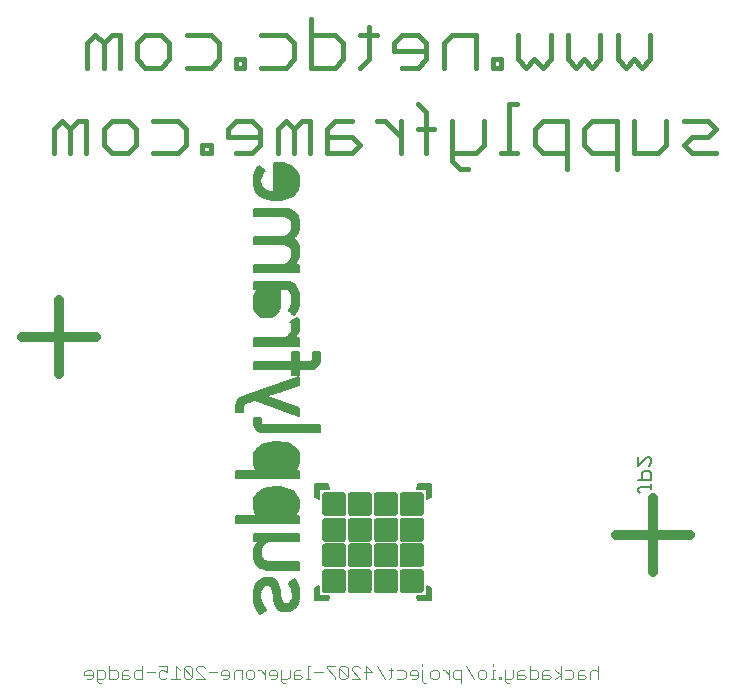
<source format=gbo>
G75*
%MOIN*%
%OFA0B0*%
%FSLAX25Y25*%
%IPPOS*%
%LPD*%
%AMOC8*
5,1,8,0,0,1.08239X$1,22.5*
%
%ADD10C,0.01800*%
%ADD11C,0.00400*%
%ADD12C,0.03200*%
%ADD13C,0.00500*%
D10*
X0170812Y0219495D02*
X0173514Y0219495D01*
X0170812Y0219495D02*
X0168109Y0222198D01*
X0168109Y0235709D01*
X0162345Y0233007D02*
X0156940Y0233007D01*
X0159642Y0238412D02*
X0159642Y0224900D01*
X0151295Y0224900D02*
X0151295Y0235709D01*
X0151295Y0230305D02*
X0145891Y0235709D01*
X0143188Y0235709D01*
X0137483Y0227602D02*
X0134781Y0230305D01*
X0126674Y0230305D01*
X0126674Y0233007D02*
X0126674Y0224900D01*
X0134781Y0224900D01*
X0137483Y0227602D01*
X0134781Y0235709D02*
X0129376Y0235709D01*
X0126674Y0233007D01*
X0120909Y0235709D02*
X0120909Y0224900D01*
X0115505Y0224900D02*
X0115505Y0233007D01*
X0112802Y0235709D01*
X0110100Y0233007D01*
X0110100Y0224900D01*
X0104335Y0227602D02*
X0104335Y0233007D01*
X0101633Y0235709D01*
X0096228Y0235709D01*
X0093526Y0233007D01*
X0093526Y0230305D01*
X0104335Y0230305D01*
X0104335Y0227602D02*
X0101633Y0224900D01*
X0096228Y0224900D01*
X0087761Y0224900D02*
X0085059Y0224900D01*
X0085059Y0227602D01*
X0087761Y0227602D01*
X0087761Y0224900D01*
X0079474Y0227602D02*
X0076771Y0224900D01*
X0068665Y0224900D01*
X0062900Y0227602D02*
X0060197Y0224900D01*
X0054793Y0224900D01*
X0052090Y0227602D01*
X0052090Y0233007D01*
X0054793Y0235709D01*
X0060197Y0235709D01*
X0062900Y0233007D01*
X0062900Y0227602D01*
X0068665Y0235709D02*
X0076771Y0235709D01*
X0079474Y0233007D01*
X0079474Y0227602D01*
X0079813Y0253400D02*
X0087920Y0253400D01*
X0090622Y0256102D01*
X0090622Y0261507D01*
X0087920Y0264209D01*
X0079813Y0264209D01*
X0074048Y0261507D02*
X0074048Y0256102D01*
X0071346Y0253400D01*
X0065941Y0253400D01*
X0063239Y0256102D01*
X0063239Y0261507D01*
X0065941Y0264209D01*
X0071346Y0264209D01*
X0074048Y0261507D01*
X0057474Y0264209D02*
X0057474Y0253400D01*
X0052069Y0253400D02*
X0052069Y0261507D01*
X0049367Y0264209D01*
X0046665Y0261507D01*
X0046665Y0253400D01*
X0052069Y0261507D02*
X0054771Y0264209D01*
X0057474Y0264209D01*
X0046325Y0235709D02*
X0043623Y0235709D01*
X0040921Y0233007D01*
X0038218Y0235709D01*
X0035516Y0233007D01*
X0035516Y0224900D01*
X0040921Y0224900D02*
X0040921Y0233007D01*
X0046325Y0235709D02*
X0046325Y0224900D01*
X0096207Y0253400D02*
X0098909Y0253400D01*
X0098909Y0256102D01*
X0096207Y0256102D01*
X0096207Y0253400D01*
X0104674Y0253400D02*
X0112781Y0253400D01*
X0115483Y0256102D01*
X0115483Y0261507D01*
X0112781Y0264209D01*
X0104674Y0264209D01*
X0121248Y0264209D02*
X0129355Y0264209D01*
X0132057Y0261507D01*
X0132057Y0256102D01*
X0129355Y0253400D01*
X0121248Y0253400D01*
X0121248Y0269614D01*
X0137702Y0264209D02*
X0143107Y0264209D01*
X0140405Y0266912D02*
X0140405Y0256102D01*
X0137702Y0253400D01*
X0148872Y0258805D02*
X0159681Y0258805D01*
X0159681Y0261507D02*
X0159681Y0256102D01*
X0156979Y0253400D01*
X0151574Y0253400D01*
X0148872Y0258805D02*
X0148872Y0261507D01*
X0151574Y0264209D01*
X0156979Y0264209D01*
X0159681Y0261507D01*
X0165446Y0261507D02*
X0165446Y0253400D01*
X0165446Y0261507D02*
X0168148Y0264209D01*
X0176255Y0264209D01*
X0176255Y0253400D01*
X0181840Y0253400D02*
X0184542Y0253400D01*
X0184542Y0256102D01*
X0181840Y0256102D01*
X0181840Y0253400D01*
X0190307Y0256102D02*
X0190307Y0264209D01*
X0190307Y0256102D02*
X0193010Y0253400D01*
X0195712Y0256102D01*
X0198414Y0253400D01*
X0201116Y0256102D01*
X0201116Y0264209D01*
X0206881Y0264209D02*
X0206881Y0256102D01*
X0209584Y0253400D01*
X0212286Y0256102D01*
X0214988Y0253400D01*
X0217691Y0256102D01*
X0217691Y0264209D01*
X0223456Y0264209D02*
X0223456Y0256102D01*
X0226158Y0253400D01*
X0228860Y0256102D01*
X0231562Y0253400D01*
X0234265Y0256102D01*
X0234265Y0264209D01*
X0228881Y0235709D02*
X0228881Y0224900D01*
X0236988Y0224900D01*
X0239691Y0227602D01*
X0239691Y0235709D01*
X0245456Y0235709D02*
X0253562Y0235709D01*
X0256265Y0233007D01*
X0253562Y0230305D01*
X0248158Y0230305D01*
X0245456Y0227602D01*
X0248158Y0224900D01*
X0256265Y0224900D01*
X0223116Y0224900D02*
X0215010Y0224900D01*
X0212307Y0227602D01*
X0212307Y0233007D01*
X0215010Y0235709D01*
X0223116Y0235709D01*
X0223116Y0219495D01*
X0206542Y0219495D02*
X0206542Y0235709D01*
X0198435Y0235709D01*
X0195733Y0233007D01*
X0195733Y0227602D01*
X0198435Y0224900D01*
X0206542Y0224900D01*
X0189968Y0224900D02*
X0184564Y0224900D01*
X0187266Y0224900D02*
X0187266Y0241114D01*
X0189968Y0241114D01*
X0178919Y0235709D02*
X0178919Y0227602D01*
X0176216Y0224900D01*
X0168109Y0224900D01*
X0159642Y0238412D02*
X0156940Y0241114D01*
X0120909Y0235709D02*
X0118207Y0235709D01*
X0115505Y0233007D01*
D11*
X0047777Y0049700D02*
X0046409Y0049700D01*
X0047777Y0049700D02*
X0048461Y0050384D01*
X0048461Y0051752D01*
X0047777Y0052436D01*
X0046409Y0052436D01*
X0045725Y0051752D01*
X0045725Y0051068D01*
X0048461Y0051068D01*
X0049869Y0052436D02*
X0049869Y0049016D01*
X0050553Y0048332D01*
X0051237Y0048332D01*
X0051921Y0049700D02*
X0049869Y0049700D01*
X0051921Y0049700D02*
X0052604Y0050384D01*
X0052604Y0051752D01*
X0051921Y0052436D01*
X0049869Y0052436D01*
X0054012Y0052436D02*
X0056064Y0052436D01*
X0056748Y0051752D01*
X0056748Y0050384D01*
X0056064Y0049700D01*
X0054012Y0049700D01*
X0054012Y0053804D01*
X0058156Y0051752D02*
X0058156Y0049700D01*
X0060208Y0049700D01*
X0060891Y0050384D01*
X0060208Y0051068D01*
X0058156Y0051068D01*
X0058156Y0051752D02*
X0058840Y0052436D01*
X0060208Y0052436D01*
X0062299Y0051752D02*
X0062983Y0052436D01*
X0065035Y0052436D01*
X0065035Y0053804D02*
X0065035Y0049700D01*
X0062983Y0049700D01*
X0062299Y0050384D01*
X0062299Y0051752D01*
X0066443Y0051752D02*
X0069179Y0051752D01*
X0070586Y0051752D02*
X0070586Y0050384D01*
X0071270Y0049700D01*
X0072638Y0049700D01*
X0073322Y0050384D01*
X0073322Y0051752D02*
X0071954Y0052436D01*
X0071270Y0052436D01*
X0070586Y0051752D01*
X0070586Y0053804D02*
X0073322Y0053804D01*
X0073322Y0051752D01*
X0074730Y0049700D02*
X0077466Y0049700D01*
X0076098Y0049700D02*
X0076098Y0053804D01*
X0077466Y0052436D01*
X0078874Y0053120D02*
X0078874Y0050384D01*
X0079557Y0049700D01*
X0080925Y0049700D01*
X0081609Y0050384D01*
X0078874Y0053120D01*
X0079557Y0053804D01*
X0080925Y0053804D01*
X0081609Y0053120D01*
X0081609Y0050384D01*
X0083017Y0049700D02*
X0085753Y0049700D01*
X0083017Y0052436D01*
X0083017Y0053120D01*
X0083701Y0053804D01*
X0085069Y0053804D01*
X0085753Y0053120D01*
X0087161Y0051752D02*
X0089896Y0051752D01*
X0091304Y0051752D02*
X0091304Y0051068D01*
X0094040Y0051068D01*
X0094040Y0051752D02*
X0093356Y0052436D01*
X0091988Y0052436D01*
X0091304Y0051752D01*
X0091988Y0049700D02*
X0093356Y0049700D01*
X0094040Y0050384D01*
X0094040Y0051752D01*
X0095448Y0051752D02*
X0095448Y0049700D01*
X0095448Y0051752D02*
X0096132Y0052436D01*
X0098183Y0052436D01*
X0098183Y0049700D01*
X0099591Y0050384D02*
X0099591Y0051752D01*
X0100275Y0052436D01*
X0101643Y0052436D01*
X0102327Y0051752D01*
X0102327Y0050384D01*
X0101643Y0049700D01*
X0100275Y0049700D01*
X0099591Y0050384D01*
X0103728Y0052436D02*
X0104412Y0052436D01*
X0105780Y0051068D01*
X0105780Y0049700D02*
X0105780Y0052436D01*
X0107188Y0051752D02*
X0107188Y0051068D01*
X0109923Y0051068D01*
X0109923Y0051752D02*
X0109239Y0052436D01*
X0107872Y0052436D01*
X0107188Y0051752D01*
X0107872Y0049700D02*
X0109239Y0049700D01*
X0109923Y0050384D01*
X0109923Y0051752D01*
X0111331Y0052436D02*
X0111331Y0049016D01*
X0112015Y0048332D01*
X0112699Y0048332D01*
X0113383Y0049700D02*
X0111331Y0049700D01*
X0113383Y0049700D02*
X0114067Y0050384D01*
X0114067Y0052436D01*
X0115475Y0051752D02*
X0115475Y0049700D01*
X0117527Y0049700D01*
X0118210Y0050384D01*
X0117527Y0051068D01*
X0115475Y0051068D01*
X0115475Y0051752D02*
X0116159Y0052436D01*
X0117527Y0052436D01*
X0120289Y0053804D02*
X0120289Y0049700D01*
X0120973Y0049700D02*
X0119605Y0049700D01*
X0122381Y0051752D02*
X0125116Y0051752D01*
X0126524Y0053120D02*
X0129260Y0050384D01*
X0129260Y0049700D01*
X0130668Y0050384D02*
X0131352Y0049700D01*
X0132720Y0049700D01*
X0133403Y0050384D01*
X0130668Y0053120D01*
X0130668Y0050384D01*
X0133403Y0050384D02*
X0133403Y0053120D01*
X0132720Y0053804D01*
X0131352Y0053804D01*
X0130668Y0053120D01*
X0129260Y0053804D02*
X0126524Y0053804D01*
X0126524Y0053120D01*
X0120973Y0053804D02*
X0120289Y0053804D01*
X0134811Y0053120D02*
X0134811Y0052436D01*
X0137547Y0049700D01*
X0134811Y0049700D01*
X0138955Y0051752D02*
X0141691Y0051752D01*
X0139639Y0053804D01*
X0139639Y0049700D01*
X0137547Y0053120D02*
X0136863Y0053804D01*
X0135495Y0053804D01*
X0134811Y0053120D01*
X0143098Y0053804D02*
X0145834Y0049700D01*
X0147229Y0049700D02*
X0147913Y0050384D01*
X0147913Y0053120D01*
X0148596Y0052436D02*
X0147229Y0052436D01*
X0150004Y0052436D02*
X0152056Y0052436D01*
X0152740Y0051752D01*
X0152740Y0050384D01*
X0152056Y0049700D01*
X0150004Y0049700D01*
X0154148Y0051068D02*
X0156884Y0051068D01*
X0156884Y0051752D02*
X0156200Y0052436D01*
X0154832Y0052436D01*
X0154148Y0051752D01*
X0154148Y0051068D01*
X0154832Y0049700D02*
X0156200Y0049700D01*
X0156884Y0050384D01*
X0156884Y0051752D01*
X0158278Y0052436D02*
X0158278Y0049016D01*
X0158962Y0048332D01*
X0159646Y0048332D01*
X0161054Y0050384D02*
X0161738Y0049700D01*
X0163105Y0049700D01*
X0163789Y0050384D01*
X0163789Y0051752D01*
X0163105Y0052436D01*
X0161738Y0052436D01*
X0161054Y0051752D01*
X0161054Y0050384D01*
X0158278Y0053804D02*
X0158278Y0054487D01*
X0165191Y0052436D02*
X0165875Y0052436D01*
X0167242Y0051068D01*
X0167242Y0049700D02*
X0167242Y0052436D01*
X0168650Y0051752D02*
X0168650Y0050384D01*
X0169334Y0049700D01*
X0171386Y0049700D01*
X0171386Y0048332D02*
X0171386Y0052436D01*
X0169334Y0052436D01*
X0168650Y0051752D01*
X0172794Y0053804D02*
X0175529Y0049700D01*
X0176937Y0050384D02*
X0177621Y0049700D01*
X0178989Y0049700D01*
X0179673Y0050384D01*
X0179673Y0051752D01*
X0178989Y0052436D01*
X0177621Y0052436D01*
X0176937Y0051752D01*
X0176937Y0050384D01*
X0181067Y0049700D02*
X0182435Y0049700D01*
X0181751Y0049700D02*
X0181751Y0052436D01*
X0182435Y0052436D01*
X0181751Y0053804D02*
X0181751Y0054487D01*
X0183823Y0050384D02*
X0183823Y0049700D01*
X0184507Y0049700D01*
X0184507Y0050384D01*
X0183823Y0050384D01*
X0185915Y0049700D02*
X0187967Y0049700D01*
X0188651Y0050384D01*
X0188651Y0052436D01*
X0190058Y0051752D02*
X0190058Y0049700D01*
X0192110Y0049700D01*
X0192794Y0050384D01*
X0192110Y0051068D01*
X0190058Y0051068D01*
X0190058Y0051752D02*
X0190742Y0052436D01*
X0192110Y0052436D01*
X0194202Y0052436D02*
X0196254Y0052436D01*
X0196938Y0051752D01*
X0196938Y0050384D01*
X0196254Y0049700D01*
X0194202Y0049700D01*
X0194202Y0053804D01*
X0198346Y0051752D02*
X0198346Y0049700D01*
X0200397Y0049700D01*
X0201081Y0050384D01*
X0200397Y0051068D01*
X0198346Y0051068D01*
X0198346Y0051752D02*
X0199029Y0052436D01*
X0200397Y0052436D01*
X0202482Y0052436D02*
X0204534Y0051068D01*
X0202482Y0049700D01*
X0204534Y0049700D02*
X0204534Y0053804D01*
X0205942Y0052436D02*
X0207994Y0052436D01*
X0208678Y0051752D01*
X0208678Y0050384D01*
X0207994Y0049700D01*
X0205942Y0049700D01*
X0210086Y0049700D02*
X0210086Y0051752D01*
X0210770Y0052436D01*
X0212137Y0052436D01*
X0212137Y0051068D02*
X0210086Y0051068D01*
X0210086Y0049700D02*
X0212137Y0049700D01*
X0212821Y0050384D01*
X0212137Y0051068D01*
X0214229Y0051752D02*
X0214229Y0049700D01*
X0214229Y0051752D02*
X0214913Y0052436D01*
X0216281Y0052436D01*
X0216965Y0051752D01*
X0216965Y0053804D02*
X0216965Y0049700D01*
X0187283Y0048332D02*
X0186599Y0048332D01*
X0185915Y0049016D01*
X0185915Y0052436D01*
D12*
X0223010Y0097516D02*
X0247565Y0097516D01*
X0235288Y0109793D02*
X0235288Y0085239D01*
X0049565Y0163516D02*
X0025010Y0163516D01*
X0037288Y0175793D02*
X0037288Y0151239D01*
D13*
X0096326Y0140748D02*
X0096291Y0140354D01*
X0096291Y0138693D01*
X0098456Y0138693D01*
X0098456Y0140327D01*
X0098578Y0140681D01*
X0099059Y0141303D01*
X0099496Y0141567D01*
X0100137Y0141787D01*
X0102602Y0142602D01*
X0117212Y0137130D01*
X0117212Y0139866D01*
X0110448Y0142240D01*
X0105759Y0143772D01*
X0105759Y0143862D01*
X0110417Y0145398D01*
X0117212Y0147709D01*
X0117212Y0150295D01*
X0099145Y0143894D01*
X0098547Y0143673D01*
X0098055Y0143421D01*
X0097673Y0143142D01*
X0097295Y0142862D01*
X0097003Y0142551D01*
X0096803Y0142209D01*
X0096602Y0141870D01*
X0096468Y0141508D01*
X0096397Y0141126D01*
X0096326Y0140748D01*
X0096371Y0140987D02*
X0098814Y0140987D01*
X0098512Y0140488D02*
X0096303Y0140488D01*
X0096291Y0139990D02*
X0098456Y0139990D01*
X0098456Y0139491D02*
X0096291Y0139491D01*
X0096291Y0138993D02*
X0098456Y0138993D01*
X0099360Y0141485D02*
X0096464Y0141485D01*
X0096669Y0141984D02*
X0100731Y0141984D01*
X0102238Y0142482D02*
X0096963Y0142482D01*
X0097455Y0142981D02*
X0108181Y0142981D01*
X0107622Y0144476D02*
X0100789Y0144476D01*
X0099382Y0143978D02*
X0106110Y0143978D01*
X0106655Y0143479D02*
X0098168Y0143479D01*
X0102196Y0144975D02*
X0109134Y0144975D01*
X0110639Y0145473D02*
X0103603Y0145473D01*
X0105010Y0145972D02*
X0112105Y0145972D01*
X0113571Y0146470D02*
X0106417Y0146470D01*
X0107824Y0146969D02*
X0115036Y0146969D01*
X0116502Y0147467D02*
X0109231Y0147467D01*
X0110638Y0147966D02*
X0117212Y0147966D01*
X0117212Y0148464D02*
X0112044Y0148464D01*
X0113451Y0148963D02*
X0117212Y0148963D01*
X0117212Y0149461D02*
X0114858Y0149461D01*
X0116265Y0149960D02*
X0117212Y0149960D01*
X0117212Y0150953D02*
X0117212Y0152787D01*
X0121669Y0152787D01*
X0122645Y0153157D01*
X0123287Y0153898D01*
X0123925Y0154642D01*
X0124244Y0155551D01*
X0124244Y0158409D01*
X0121988Y0158409D01*
X0121988Y0156213D01*
X0121799Y0155783D01*
X0121417Y0155571D01*
X0121039Y0155358D01*
X0120586Y0155252D01*
X0117212Y0155252D01*
X0117212Y0158409D01*
X0115047Y0158409D01*
X0115047Y0155252D01*
X0102303Y0155252D01*
X0102303Y0152787D01*
X0115047Y0152787D01*
X0115047Y0150953D01*
X0117212Y0150953D01*
X0117212Y0150957D02*
X0115047Y0150957D01*
X0115047Y0151455D02*
X0117212Y0151455D01*
X0117212Y0151954D02*
X0115047Y0151954D01*
X0115047Y0152452D02*
X0117212Y0152452D01*
X0117212Y0155443D02*
X0115047Y0155443D01*
X0115047Y0155942D02*
X0117212Y0155942D01*
X0117212Y0156440D02*
X0115047Y0156440D01*
X0115047Y0156939D02*
X0117212Y0156939D01*
X0117212Y0157437D02*
X0115047Y0157437D01*
X0115047Y0157936D02*
X0117212Y0157936D01*
X0117212Y0160724D02*
X0117212Y0163189D01*
X0115318Y0163189D01*
X0115318Y0163307D01*
X0116078Y0163827D01*
X0116610Y0164409D01*
X0116909Y0165051D01*
X0117212Y0165693D01*
X0117362Y0166413D01*
X0117362Y0167736D01*
X0117307Y0168217D01*
X0117086Y0169098D01*
X0116929Y0169461D01*
X0116728Y0169740D01*
X0114354Y0168689D01*
X0114736Y0168106D01*
X0114925Y0167406D01*
X0114925Y0165602D01*
X0114625Y0164791D01*
X0114023Y0164150D01*
X0113425Y0163508D01*
X0112523Y0163189D01*
X0102303Y0163189D01*
X0102303Y0160724D01*
X0117212Y0160724D01*
X0117212Y0160927D02*
X0102303Y0160927D01*
X0102303Y0161426D02*
X0117212Y0161426D01*
X0117212Y0161924D02*
X0102303Y0161924D01*
X0102303Y0162423D02*
X0117212Y0162423D01*
X0117212Y0162921D02*
X0102303Y0162921D01*
X0105259Y0170102D02*
X0107121Y0170102D01*
X0107677Y0170201D01*
X0108740Y0170602D01*
X0109204Y0170898D01*
X0110007Y0171677D01*
X0110326Y0172169D01*
X0110566Y0172760D01*
X0110810Y0173350D01*
X0110929Y0174047D01*
X0110929Y0179539D01*
X0113433Y0179539D01*
X0114043Y0179268D01*
X0114444Y0178724D01*
X0114846Y0178185D01*
X0115047Y0177315D01*
X0115047Y0175169D01*
X0114933Y0174429D01*
X0114700Y0173886D01*
X0114472Y0173346D01*
X0114153Y0172906D01*
X0113755Y0172563D01*
X0115405Y0171004D01*
X0116047Y0171563D01*
X0116535Y0172283D01*
X0116866Y0173161D01*
X0117196Y0174043D01*
X0117362Y0174992D01*
X0117362Y0176811D01*
X0117287Y0177571D01*
X0117133Y0178303D01*
X0116984Y0179031D01*
X0116728Y0179669D01*
X0116370Y0180220D01*
X0116007Y0180768D01*
X0115515Y0181205D01*
X0114897Y0181524D01*
X0114275Y0181843D01*
X0113492Y0182000D01*
X0102303Y0182000D01*
X0102303Y0179539D01*
X0103594Y0179539D01*
X0103625Y0179508D01*
X0103184Y0179224D01*
X0102822Y0178724D01*
X0102263Y0177283D01*
X0102121Y0176409D01*
X0102121Y0173689D01*
X0102539Y0172378D01*
X0103370Y0171469D01*
X0104200Y0170555D01*
X0105259Y0170102D01*
X0104566Y0170399D02*
X0108201Y0170399D01*
X0109204Y0170897D02*
X0103889Y0170897D01*
X0103436Y0171396D02*
X0109717Y0171396D01*
X0110148Y0171894D02*
X0102981Y0171894D01*
X0102534Y0172393D02*
X0110417Y0172393D01*
X0110621Y0172891D02*
X0102375Y0172891D01*
X0102217Y0173390D02*
X0110817Y0173390D01*
X0110902Y0173888D02*
X0102121Y0173888D01*
X0102121Y0174387D02*
X0110929Y0174387D01*
X0110929Y0174885D02*
X0102121Y0174885D01*
X0102121Y0175384D02*
X0110929Y0175384D01*
X0110929Y0175882D02*
X0102121Y0175882D01*
X0102121Y0176381D02*
X0110929Y0176381D01*
X0110929Y0176879D02*
X0102198Y0176879D01*
X0102300Y0177378D02*
X0110929Y0177378D01*
X0110929Y0177876D02*
X0102493Y0177876D01*
X0102687Y0178375D02*
X0110929Y0178375D01*
X0110929Y0178873D02*
X0102930Y0178873D01*
X0103414Y0179372D02*
X0110929Y0179372D01*
X0108885Y0179372D02*
X0106036Y0179372D01*
X0106125Y0179429D02*
X0106582Y0179539D01*
X0108885Y0179539D01*
X0108885Y0174488D01*
X0108692Y0173748D01*
X0108314Y0173224D01*
X0107933Y0172705D01*
X0107393Y0172445D01*
X0105988Y0172445D01*
X0105429Y0172709D01*
X0104586Y0173772D01*
X0104377Y0174587D01*
X0104377Y0176169D01*
X0104417Y0176642D01*
X0104496Y0177102D01*
X0104578Y0177563D01*
X0104720Y0177976D01*
X0104933Y0178335D01*
X0105141Y0178697D01*
X0105425Y0178984D01*
X0105775Y0179205D01*
X0106125Y0179429D01*
X0105315Y0178873D02*
X0108885Y0178873D01*
X0108885Y0178375D02*
X0104956Y0178375D01*
X0104686Y0177876D02*
X0108885Y0177876D01*
X0108885Y0177378D02*
X0104545Y0177378D01*
X0104457Y0176879D02*
X0108885Y0176879D01*
X0108885Y0176381D02*
X0104395Y0176381D01*
X0104377Y0175882D02*
X0108885Y0175882D01*
X0108885Y0175384D02*
X0104377Y0175384D01*
X0104377Y0174885D02*
X0108885Y0174885D01*
X0108859Y0174387D02*
X0104429Y0174387D01*
X0104556Y0173888D02*
X0108729Y0173888D01*
X0108434Y0173390D02*
X0104889Y0173390D01*
X0105284Y0172891D02*
X0108070Y0172891D01*
X0113935Y0172393D02*
X0116576Y0172393D01*
X0116764Y0172891D02*
X0114137Y0172891D01*
X0114490Y0173390D02*
X0116951Y0173390D01*
X0117138Y0173888D02*
X0114701Y0173888D01*
X0114914Y0174387D02*
X0117256Y0174387D01*
X0117343Y0174885D02*
X0115003Y0174885D01*
X0115047Y0175384D02*
X0117362Y0175384D01*
X0117362Y0175882D02*
X0115047Y0175882D01*
X0115047Y0176381D02*
X0117362Y0176381D01*
X0117355Y0176879D02*
X0115047Y0176879D01*
X0115032Y0177378D02*
X0117306Y0177378D01*
X0117223Y0177876D02*
X0114917Y0177876D01*
X0114705Y0178375D02*
X0117119Y0178375D01*
X0117016Y0178873D02*
X0114334Y0178873D01*
X0113809Y0179372D02*
X0116847Y0179372D01*
X0116597Y0179870D02*
X0102303Y0179870D01*
X0102303Y0180369D02*
X0116271Y0180369D01*
X0115895Y0180868D02*
X0102303Y0180868D01*
X0102303Y0181366D02*
X0115203Y0181366D01*
X0114166Y0181865D02*
X0102303Y0181865D01*
X0102303Y0185217D02*
X0117212Y0185217D01*
X0117212Y0187681D01*
X0115377Y0187681D01*
X0115377Y0187772D01*
X0116019Y0188272D01*
X0116507Y0188890D01*
X0116850Y0189622D01*
X0117188Y0190354D01*
X0117362Y0191118D01*
X0117362Y0192941D01*
X0117169Y0193803D01*
X0116791Y0194504D01*
X0116409Y0195205D01*
X0115889Y0195819D01*
X0115228Y0196339D01*
X0115247Y0196339D01*
X0115247Y0196346D01*
X0115228Y0196366D01*
X0115988Y0197071D01*
X0116535Y0197815D01*
X0117196Y0199398D01*
X0117362Y0200287D01*
X0117362Y0201988D01*
X0117244Y0202661D01*
X0117015Y0203280D01*
X0116783Y0203902D01*
X0116452Y0204441D01*
X0116023Y0204902D01*
X0115590Y0205366D01*
X0115059Y0205724D01*
X0114417Y0205984D01*
X0113775Y0206248D01*
X0113043Y0206378D01*
X0102303Y0206378D01*
X0102303Y0203913D01*
X0112373Y0203913D01*
X0113283Y0203661D01*
X0114645Y0202654D01*
X0114988Y0201760D01*
X0114988Y0199465D01*
X0114645Y0198638D01*
X0113964Y0197996D01*
X0113283Y0197350D01*
X0112373Y0197028D01*
X0102303Y0197028D01*
X0102303Y0194567D01*
X0112373Y0194567D01*
X0113283Y0194315D01*
X0114645Y0193307D01*
X0114988Y0192409D01*
X0114988Y0190118D01*
X0114645Y0189291D01*
X0113964Y0188650D01*
X0113283Y0188004D01*
X0112373Y0187681D01*
X0102303Y0187681D01*
X0102303Y0185217D01*
X0102303Y0185354D02*
X0117212Y0185354D01*
X0117212Y0185853D02*
X0102303Y0185853D01*
X0102303Y0186351D02*
X0117212Y0186351D01*
X0117212Y0186850D02*
X0102303Y0186850D01*
X0102303Y0187348D02*
X0117212Y0187348D01*
X0116077Y0188345D02*
X0113643Y0188345D01*
X0114170Y0188844D02*
X0116471Y0188844D01*
X0116719Y0189342D02*
X0114666Y0189342D01*
X0114873Y0189841D02*
X0116951Y0189841D01*
X0117181Y0190339D02*
X0114988Y0190339D01*
X0114988Y0190838D02*
X0117298Y0190838D01*
X0117362Y0191336D02*
X0114988Y0191336D01*
X0114988Y0191835D02*
X0117362Y0191835D01*
X0117362Y0192333D02*
X0114988Y0192333D01*
X0114826Y0192832D02*
X0117362Y0192832D01*
X0117275Y0193330D02*
X0114614Y0193330D01*
X0113940Y0193829D02*
X0117155Y0193829D01*
X0116886Y0194327D02*
X0113238Y0194327D01*
X0115250Y0196321D02*
X0102303Y0196321D01*
X0102303Y0195823D02*
X0115884Y0195823D01*
X0116308Y0195324D02*
X0102303Y0195324D01*
X0102303Y0194826D02*
X0116615Y0194826D01*
X0115717Y0196820D02*
X0102303Y0196820D01*
X0102303Y0204298D02*
X0116540Y0204298D01*
X0116821Y0203799D02*
X0112786Y0203799D01*
X0113771Y0203301D02*
X0117007Y0203301D01*
X0117192Y0202802D02*
X0114444Y0202802D01*
X0114779Y0202303D02*
X0117306Y0202303D01*
X0117362Y0201805D02*
X0114970Y0201805D01*
X0114988Y0201306D02*
X0117362Y0201306D01*
X0117362Y0200808D02*
X0114988Y0200808D01*
X0114988Y0200309D02*
X0117362Y0200309D01*
X0117273Y0199811D02*
X0114988Y0199811D01*
X0114925Y0199312D02*
X0117161Y0199312D01*
X0116952Y0198814D02*
X0114718Y0198814D01*
X0114303Y0198315D02*
X0116744Y0198315D01*
X0116536Y0197817D02*
X0113775Y0197817D01*
X0113193Y0197318D02*
X0116170Y0197318D01*
X0116121Y0204796D02*
X0102303Y0204796D01*
X0102303Y0205295D02*
X0115657Y0205295D01*
X0114889Y0205793D02*
X0102303Y0205793D01*
X0102303Y0206292D02*
X0113530Y0206292D01*
X0112385Y0209453D02*
X0113377Y0209831D01*
X0114370Y0210213D01*
X0115161Y0210705D01*
X0115751Y0211303D01*
X0116342Y0211906D01*
X0116763Y0212575D01*
X0117015Y0213319D01*
X0117267Y0214059D01*
X0117389Y0214780D01*
X0117389Y0216303D01*
X0117244Y0217075D01*
X0116956Y0217795D01*
X0116665Y0218516D01*
X0116240Y0219150D01*
X0115677Y0219689D01*
X0115118Y0220232D01*
X0114429Y0220657D01*
X0113618Y0220965D01*
X0112807Y0221280D01*
X0111881Y0221433D01*
X0108913Y0221433D01*
X0108913Y0211846D01*
X0108086Y0211846D01*
X0107531Y0211925D01*
X0106484Y0212248D01*
X0106027Y0212488D01*
X0105240Y0213126D01*
X0104933Y0213528D01*
X0104708Y0214008D01*
X0104488Y0214488D01*
X0104377Y0215051D01*
X0104377Y0216173D01*
X0104496Y0216728D01*
X0104736Y0217362D01*
X0104976Y0217992D01*
X0105330Y0218555D01*
X0105791Y0219059D01*
X0104019Y0220654D01*
X0103350Y0219949D01*
X0102866Y0219157D01*
X0102566Y0218276D01*
X0102271Y0217394D01*
X0102121Y0216492D01*
X0102121Y0214811D01*
X0102228Y0214055D01*
X0102436Y0213303D01*
X0102649Y0212551D01*
X0103035Y0211878D01*
X0103594Y0211276D01*
X0104157Y0210673D01*
X0104929Y0210189D01*
X0105909Y0209815D01*
X0106889Y0209445D01*
X0108153Y0209260D01*
X0111161Y0209260D01*
X0112385Y0209453D01*
X0113247Y0209781D02*
X0105998Y0209781D01*
X0104784Y0210280D02*
X0114477Y0210280D01*
X0115233Y0210778D02*
X0104059Y0210778D01*
X0103593Y0211277D02*
X0115725Y0211277D01*
X0116214Y0211775D02*
X0103130Y0211775D01*
X0102808Y0212274D02*
X0106435Y0212274D01*
X0105676Y0212772D02*
X0102587Y0212772D01*
X0102446Y0213271D02*
X0105129Y0213271D01*
X0104820Y0213769D02*
X0102307Y0213769D01*
X0102198Y0214268D02*
X0104589Y0214268D01*
X0104433Y0214766D02*
X0102128Y0214766D01*
X0102121Y0215265D02*
X0104377Y0215265D01*
X0104377Y0215763D02*
X0102121Y0215763D01*
X0102121Y0216262D02*
X0104396Y0216262D01*
X0104508Y0216760D02*
X0102166Y0216760D01*
X0102249Y0217259D02*
X0104696Y0217259D01*
X0104886Y0217757D02*
X0102393Y0217757D01*
X0102560Y0218256D02*
X0105142Y0218256D01*
X0105512Y0218754D02*
X0102729Y0218754D01*
X0102924Y0219253D02*
X0105575Y0219253D01*
X0105022Y0219751D02*
X0103229Y0219751D01*
X0103636Y0220250D02*
X0104468Y0220250D01*
X0108913Y0220250D02*
X0115089Y0220250D01*
X0115612Y0219751D02*
X0108913Y0219751D01*
X0108913Y0219253D02*
X0116132Y0219253D01*
X0116505Y0218754D02*
X0108913Y0218754D01*
X0108913Y0218256D02*
X0116770Y0218256D01*
X0116971Y0217757D02*
X0108913Y0217757D01*
X0108913Y0217259D02*
X0117170Y0217259D01*
X0117303Y0216760D02*
X0108913Y0216760D01*
X0108913Y0216262D02*
X0117389Y0216262D01*
X0117389Y0215763D02*
X0108913Y0215763D01*
X0108913Y0215265D02*
X0117389Y0215265D01*
X0117387Y0214766D02*
X0108913Y0214766D01*
X0108913Y0214268D02*
X0117303Y0214268D01*
X0117169Y0213769D02*
X0108913Y0213769D01*
X0108913Y0213271D02*
X0116999Y0213271D01*
X0116830Y0212772D02*
X0108913Y0212772D01*
X0108913Y0212274D02*
X0116574Y0212274D01*
X0114696Y0213520D02*
X0115047Y0214339D01*
X0115047Y0216382D01*
X0114704Y0217205D01*
X0114023Y0217827D01*
X0113342Y0218445D01*
X0112330Y0218787D01*
X0110988Y0218846D01*
X0110988Y0211846D01*
X0112291Y0211925D01*
X0113295Y0212276D01*
X0114696Y0213520D01*
X0114803Y0213769D02*
X0110988Y0213769D01*
X0110988Y0213271D02*
X0114416Y0213271D01*
X0113854Y0212772D02*
X0110988Y0212772D01*
X0110988Y0212274D02*
X0113289Y0212274D01*
X0115016Y0214268D02*
X0110988Y0214268D01*
X0110988Y0214766D02*
X0115047Y0214766D01*
X0115047Y0215265D02*
X0110988Y0215265D01*
X0110988Y0215763D02*
X0115047Y0215763D01*
X0115047Y0216262D02*
X0110988Y0216262D01*
X0110988Y0216760D02*
X0114889Y0216760D01*
X0114645Y0217259D02*
X0110988Y0217259D01*
X0110988Y0217757D02*
X0114099Y0217757D01*
X0113550Y0218256D02*
X0110988Y0218256D01*
X0110988Y0218754D02*
X0112428Y0218754D01*
X0112890Y0221247D02*
X0108913Y0221247D01*
X0108913Y0220748D02*
X0114188Y0220748D01*
X0111306Y0209283D02*
X0107997Y0209283D01*
X0112840Y0187847D02*
X0115474Y0187847D01*
X0116271Y0171894D02*
X0114463Y0171894D01*
X0114990Y0171396D02*
X0115855Y0171396D01*
X0115964Y0169402D02*
X0116954Y0169402D01*
X0117135Y0168903D02*
X0114838Y0168903D01*
X0114540Y0168405D02*
X0117259Y0168405D01*
X0117342Y0167906D02*
X0114790Y0167906D01*
X0114924Y0167408D02*
X0117362Y0167408D01*
X0117362Y0166909D02*
X0114925Y0166909D01*
X0114925Y0166411D02*
X0117361Y0166411D01*
X0117258Y0165912D02*
X0114925Y0165912D01*
X0114855Y0165414D02*
X0117080Y0165414D01*
X0116845Y0164915D02*
X0114671Y0164915D01*
X0114274Y0164417D02*
X0116613Y0164417D01*
X0116162Y0163918D02*
X0113807Y0163918D01*
X0113175Y0163420D02*
X0115483Y0163420D01*
X0121988Y0157936D02*
X0124244Y0157936D01*
X0124244Y0157437D02*
X0121988Y0157437D01*
X0121988Y0156939D02*
X0124244Y0156939D01*
X0124244Y0156440D02*
X0121988Y0156440D01*
X0121868Y0155942D02*
X0124244Y0155942D01*
X0124206Y0155443D02*
X0121190Y0155443D01*
X0123330Y0153948D02*
X0102303Y0153948D01*
X0102303Y0154446D02*
X0123757Y0154446D01*
X0124031Y0154945D02*
X0102303Y0154945D01*
X0102303Y0153449D02*
X0122898Y0153449D01*
X0122100Y0152951D02*
X0102303Y0152951D01*
X0102923Y0142482D02*
X0109707Y0142482D01*
X0111179Y0141984D02*
X0104254Y0141984D01*
X0105585Y0141485D02*
X0112599Y0141485D01*
X0114020Y0140987D02*
X0106916Y0140987D01*
X0108246Y0140488D02*
X0115440Y0140488D01*
X0116860Y0139990D02*
X0109577Y0139990D01*
X0110908Y0139491D02*
X0117212Y0139491D01*
X0117212Y0138993D02*
X0112239Y0138993D01*
X0113570Y0138494D02*
X0117212Y0138494D01*
X0117212Y0137996D02*
X0114901Y0137996D01*
X0116232Y0137497D02*
X0117212Y0137497D01*
X0124121Y0134335D02*
X0124121Y0131870D01*
X0104476Y0131870D01*
X0103578Y0132213D01*
X0103070Y0132894D01*
X0102559Y0133575D01*
X0102303Y0134457D01*
X0102303Y0136591D01*
X0104559Y0136591D01*
X0104559Y0134846D01*
X0105027Y0134335D01*
X0124121Y0134335D01*
X0124121Y0134007D02*
X0102433Y0134007D01*
X0102303Y0134506D02*
X0104870Y0134506D01*
X0104559Y0135004D02*
X0102303Y0135004D01*
X0102303Y0135503D02*
X0104559Y0135503D01*
X0104559Y0136001D02*
X0102303Y0136001D01*
X0102303Y0136500D02*
X0104559Y0136500D01*
X0102608Y0133509D02*
X0124121Y0133509D01*
X0124121Y0133010D02*
X0102983Y0133010D01*
X0103355Y0132512D02*
X0124121Y0132512D01*
X0124121Y0132013D02*
X0104100Y0132013D01*
X0105279Y0127744D02*
X0104559Y0127303D01*
X0103834Y0126862D01*
X0103251Y0126264D01*
X0102799Y0125516D01*
X0102350Y0124764D01*
X0102121Y0123807D01*
X0102121Y0121902D01*
X0102240Y0121228D01*
X0102480Y0120614D01*
X0102716Y0120004D01*
X0103094Y0119476D01*
X0103606Y0119039D01*
X0103606Y0118976D01*
X0096350Y0118976D01*
X0096350Y0116512D01*
X0117212Y0116512D01*
X0117212Y0118976D01*
X0115559Y0118976D01*
X0115527Y0119067D01*
X0116188Y0119650D01*
X0116661Y0120283D01*
X0116940Y0120976D01*
X0117220Y0121665D01*
X0117362Y0122386D01*
X0117362Y0124185D01*
X0117145Y0125063D01*
X0116716Y0125756D01*
X0116283Y0126445D01*
X0115712Y0126992D01*
X0114999Y0127394D01*
X0114291Y0127791D01*
X0113488Y0128071D01*
X0112598Y0128220D01*
X0111704Y0128370D01*
X0110799Y0128445D01*
X0108913Y0128445D01*
X0107968Y0128366D01*
X0107035Y0128205D01*
X0106106Y0128043D01*
X0105279Y0127744D01*
X0104924Y0127527D02*
X0114762Y0127527D01*
X0115648Y0127028D02*
X0104107Y0127028D01*
X0103510Y0126530D02*
X0116194Y0126530D01*
X0116543Y0126031D02*
X0103111Y0126031D01*
X0102809Y0125533D02*
X0116854Y0125533D01*
X0117152Y0125034D02*
X0102511Y0125034D01*
X0102295Y0124536D02*
X0117275Y0124536D01*
X0117362Y0124037D02*
X0102176Y0124037D01*
X0102121Y0123539D02*
X0117362Y0123539D01*
X0117362Y0123040D02*
X0102121Y0123040D01*
X0102121Y0122542D02*
X0117362Y0122542D01*
X0117294Y0122043D02*
X0102121Y0122043D01*
X0102184Y0121545D02*
X0117171Y0121545D01*
X0116969Y0121046D02*
X0102311Y0121046D01*
X0102506Y0120548D02*
X0116767Y0120548D01*
X0116486Y0120049D02*
X0102698Y0120049D01*
X0103041Y0119551D02*
X0116076Y0119551D01*
X0115532Y0119052D02*
X0103591Y0119052D01*
X0105362Y0120098D02*
X0104716Y0120980D01*
X0104559Y0121583D01*
X0104559Y0123126D01*
X0104712Y0123744D01*
X0105023Y0124205D01*
X0105334Y0124669D01*
X0105740Y0125020D01*
X0106232Y0125260D01*
X0106720Y0125500D01*
X0107275Y0125657D01*
X0107889Y0125740D01*
X0108499Y0125819D01*
X0109110Y0125858D01*
X0110295Y0125858D01*
X0110893Y0125831D01*
X0111503Y0125768D01*
X0112118Y0125709D01*
X0112681Y0125571D01*
X0113192Y0125346D01*
X0113704Y0125126D01*
X0114767Y0123890D01*
X0114925Y0123276D01*
X0114925Y0121732D01*
X0114755Y0121122D01*
X0114070Y0120201D01*
X0113645Y0119843D01*
X0113133Y0119594D01*
X0112621Y0119343D01*
X0112059Y0119177D01*
X0111444Y0119098D01*
X0110830Y0119016D01*
X0110255Y0118976D01*
X0109149Y0118976D01*
X0108562Y0119012D01*
X0107334Y0119154D01*
X0106779Y0119303D01*
X0106275Y0119531D01*
X0105771Y0119764D01*
X0105362Y0120098D01*
X0105422Y0120049D02*
X0113890Y0120049D01*
X0114328Y0120548D02*
X0105033Y0120548D01*
X0104699Y0121046D02*
X0114699Y0121046D01*
X0114873Y0121545D02*
X0104568Y0121545D01*
X0104559Y0122043D02*
X0114925Y0122043D01*
X0114925Y0122542D02*
X0104559Y0122542D01*
X0104559Y0123040D02*
X0114925Y0123040D01*
X0114857Y0123539D02*
X0104661Y0123539D01*
X0104910Y0124037D02*
X0114640Y0124037D01*
X0114212Y0124536D02*
X0105245Y0124536D01*
X0105769Y0125034D02*
X0113783Y0125034D01*
X0112767Y0125533D02*
X0106835Y0125533D01*
X0106056Y0128025D02*
X0113619Y0128025D01*
X0113044Y0119551D02*
X0106234Y0119551D01*
X0108213Y0119052D02*
X0111100Y0119052D01*
X0110799Y0113449D02*
X0108913Y0113449D01*
X0107968Y0113366D01*
X0107035Y0113209D01*
X0106106Y0113047D01*
X0105279Y0112744D01*
X0104559Y0112307D01*
X0103834Y0111866D01*
X0103251Y0111268D01*
X0102799Y0110520D01*
X0102350Y0109768D01*
X0102121Y0108807D01*
X0102121Y0106906D01*
X0102240Y0106228D01*
X0102480Y0105618D01*
X0102716Y0105008D01*
X0103094Y0104480D01*
X0103606Y0104039D01*
X0103606Y0103980D01*
X0096350Y0103980D01*
X0096350Y0101516D01*
X0117212Y0101516D01*
X0117212Y0103980D01*
X0115559Y0103980D01*
X0115527Y0104071D01*
X0116188Y0104654D01*
X0116661Y0105287D01*
X0116940Y0105980D01*
X0117220Y0106669D01*
X0117362Y0107386D01*
X0117362Y0109189D01*
X0115712Y0111996D01*
X0114999Y0112398D01*
X0110799Y0113449D01*
X0112313Y0113070D02*
X0106237Y0113070D01*
X0104994Y0112571D02*
X0114305Y0112571D01*
X0115576Y0112073D02*
X0104174Y0112073D01*
X0103550Y0111574D02*
X0115960Y0111574D01*
X0116253Y0111076D02*
X0103135Y0111076D01*
X0102834Y0110577D02*
X0116546Y0110577D01*
X0116839Y0110079D02*
X0102536Y0110079D01*
X0102305Y0109580D02*
X0117132Y0109580D01*
X0117362Y0109082D02*
X0102187Y0109082D01*
X0102121Y0108583D02*
X0117362Y0108583D01*
X0117362Y0108085D02*
X0102121Y0108085D01*
X0102121Y0107586D02*
X0117362Y0107586D01*
X0117303Y0107088D02*
X0102121Y0107088D01*
X0102177Y0106589D02*
X0117187Y0106589D01*
X0116985Y0106091D02*
X0102294Y0106091D01*
X0102490Y0105592D02*
X0116784Y0105592D01*
X0116517Y0105094D02*
X0102683Y0105094D01*
X0103012Y0104595D02*
X0116122Y0104595D01*
X0115556Y0104097D02*
X0103539Y0104097D01*
X0102303Y0097878D02*
X0102303Y0095413D01*
X0103984Y0095413D01*
X0103984Y0095323D01*
X0103342Y0094823D01*
X0102873Y0094209D01*
X0102275Y0092744D01*
X0102121Y0092000D01*
X0102121Y0090476D01*
X0102216Y0089776D01*
X0102409Y0089134D01*
X0102598Y0088492D01*
X0102905Y0087945D01*
X0103322Y0087496D01*
X0103744Y0087043D01*
X0104287Y0086693D01*
X0104948Y0086445D01*
X0105610Y0086193D01*
X0106401Y0086067D01*
X0117212Y0086067D01*
X0117212Y0088531D01*
X0107614Y0088531D01*
X0107051Y0088583D01*
X0106570Y0088681D01*
X0106090Y0088783D01*
X0105696Y0088965D01*
X0105381Y0089224D01*
X0105074Y0089484D01*
X0104842Y0089835D01*
X0104543Y0090717D01*
X0104468Y0091276D01*
X0104468Y0092941D01*
X0104814Y0093760D01*
X0105503Y0094421D01*
X0106196Y0095083D01*
X0107114Y0095413D01*
X0117212Y0095413D01*
X0117212Y0097878D01*
X0102303Y0097878D01*
X0102303Y0097616D02*
X0117212Y0097616D01*
X0117212Y0097118D02*
X0102303Y0097118D01*
X0102303Y0096619D02*
X0117212Y0096619D01*
X0117212Y0096121D02*
X0102303Y0096121D01*
X0102303Y0095622D02*
X0117212Y0095622D01*
X0117212Y0101604D02*
X0096350Y0101604D01*
X0096350Y0102103D02*
X0117212Y0102103D01*
X0117212Y0102601D02*
X0096350Y0102601D01*
X0096350Y0103100D02*
X0117212Y0103100D01*
X0117212Y0103598D02*
X0096350Y0103598D01*
X0103728Y0095124D02*
X0106310Y0095124D01*
X0105717Y0094625D02*
X0103191Y0094625D01*
X0102840Y0094127D02*
X0105196Y0094127D01*
X0104759Y0093628D02*
X0102636Y0093628D01*
X0102433Y0093130D02*
X0104548Y0093130D01*
X0104468Y0092631D02*
X0102252Y0092631D01*
X0102149Y0092132D02*
X0104468Y0092132D01*
X0104468Y0091634D02*
X0102121Y0091634D01*
X0102121Y0091135D02*
X0104487Y0091135D01*
X0104570Y0090637D02*
X0102121Y0090637D01*
X0102167Y0090138D02*
X0104739Y0090138D01*
X0104971Y0089640D02*
X0102257Y0089640D01*
X0102407Y0089141D02*
X0105482Y0089141D01*
X0106757Y0088643D02*
X0102553Y0088643D01*
X0102793Y0088144D02*
X0117212Y0088144D01*
X0117212Y0087646D02*
X0103183Y0087646D01*
X0103647Y0087147D02*
X0117212Y0087147D01*
X0117212Y0086649D02*
X0104404Y0086649D01*
X0105877Y0086150D02*
X0117212Y0086150D01*
X0115759Y0082882D02*
X0113783Y0081559D01*
X0114184Y0080980D01*
X0114503Y0080370D01*
X0114747Y0079728D01*
X0114988Y0079087D01*
X0115106Y0078362D01*
X0115106Y0076602D01*
X0114905Y0075854D01*
X0114102Y0074791D01*
X0113570Y0074528D01*
X0112224Y0074528D01*
X0111747Y0074870D01*
X0111476Y0075547D01*
X0111204Y0076228D01*
X0110999Y0077252D01*
X0110858Y0078614D01*
X0110799Y0079134D01*
X0110692Y0079677D01*
X0110543Y0080236D01*
X0110393Y0080799D01*
X0110161Y0081303D01*
X0109850Y0081756D01*
X0109539Y0082205D01*
X0109125Y0082575D01*
X0108102Y0083157D01*
X0107476Y0083303D01*
X0106027Y0083303D01*
X0105397Y0083157D01*
X0104271Y0082575D01*
X0103791Y0082169D01*
X0103385Y0081650D01*
X0102988Y0081130D01*
X0102673Y0080512D01*
X0102452Y0079803D01*
X0102236Y0079091D01*
X0102121Y0078303D01*
X0102121Y0076362D01*
X0102295Y0075280D01*
X0102641Y0074197D01*
X0102984Y0073114D01*
X0103543Y0072122D01*
X0104314Y0071220D01*
X0106212Y0072724D01*
X0105610Y0073425D01*
X0105153Y0074161D01*
X0104531Y0075705D01*
X0104377Y0076579D01*
X0104377Y0078465D01*
X0104566Y0079236D01*
X0104948Y0079878D01*
X0105326Y0080516D01*
X0105905Y0080839D01*
X0107444Y0080839D01*
X0107960Y0080524D01*
X0108232Y0079890D01*
X0108499Y0079260D01*
X0108684Y0078437D01*
X0108783Y0077413D01*
X0108846Y0076831D01*
X0108929Y0076228D01*
X0109039Y0075610D01*
X0109149Y0074988D01*
X0109342Y0074417D01*
X0109621Y0073898D01*
X0109905Y0073374D01*
X0110299Y0072949D01*
X0110810Y0072618D01*
X0111318Y0072287D01*
X0111992Y0072122D01*
X0113531Y0072122D01*
X0114161Y0072268D01*
X0114720Y0072559D01*
X0115283Y0072850D01*
X0115755Y0073244D01*
X0116145Y0073748D01*
X0116535Y0074248D01*
X0116834Y0074827D01*
X0117047Y0075488D01*
X0117255Y0076150D01*
X0117362Y0076843D01*
X0117362Y0078705D01*
X0117224Y0079701D01*
X0116944Y0080555D01*
X0116669Y0081406D01*
X0116275Y0082181D01*
X0115759Y0082882D01*
X0115922Y0082661D02*
X0115429Y0082661D01*
X0114684Y0082162D02*
X0116285Y0082162D01*
X0116538Y0081664D02*
X0113939Y0081664D01*
X0114056Y0081165D02*
X0116747Y0081165D01*
X0116908Y0080667D02*
X0114348Y0080667D01*
X0114580Y0080168D02*
X0117071Y0080168D01*
X0117228Y0079670D02*
X0114769Y0079670D01*
X0114956Y0079171D02*
X0117297Y0079171D01*
X0117362Y0078673D02*
X0115055Y0078673D01*
X0115106Y0078174D02*
X0117362Y0078174D01*
X0117362Y0077676D02*
X0115106Y0077676D01*
X0115106Y0077177D02*
X0117362Y0077177D01*
X0117337Y0076679D02*
X0115106Y0076679D01*
X0114992Y0076180D02*
X0117260Y0076180D01*
X0117108Y0075682D02*
X0114774Y0075682D01*
X0114398Y0075183D02*
X0116949Y0075183D01*
X0116761Y0074685D02*
X0113887Y0074685D01*
X0112005Y0074685D02*
X0109252Y0074685D01*
X0109115Y0075183D02*
X0111622Y0075183D01*
X0111422Y0075682D02*
X0109026Y0075682D01*
X0108937Y0076180D02*
X0111223Y0076180D01*
X0111114Y0076679D02*
X0108867Y0076679D01*
X0108808Y0077177D02*
X0111014Y0077177D01*
X0110955Y0077676D02*
X0108758Y0077676D01*
X0108710Y0078174D02*
X0110904Y0078174D01*
X0110851Y0078673D02*
X0108631Y0078673D01*
X0108519Y0079171D02*
X0110791Y0079171D01*
X0110694Y0079670D02*
X0108325Y0079670D01*
X0108112Y0080168D02*
X0110561Y0080168D01*
X0110428Y0080667D02*
X0107726Y0080667D01*
X0105597Y0080667D02*
X0102752Y0080667D01*
X0102566Y0080168D02*
X0105120Y0080168D01*
X0104824Y0079670D02*
X0102412Y0079670D01*
X0102260Y0079171D02*
X0104550Y0079171D01*
X0104428Y0078673D02*
X0102175Y0078673D01*
X0102121Y0078174D02*
X0104377Y0078174D01*
X0104377Y0077676D02*
X0102121Y0077676D01*
X0102121Y0077177D02*
X0104377Y0077177D01*
X0104377Y0076679D02*
X0102121Y0076679D01*
X0102151Y0076180D02*
X0104447Y0076180D01*
X0104540Y0075682D02*
X0102230Y0075682D01*
X0102326Y0075183D02*
X0104741Y0075183D01*
X0104942Y0074685D02*
X0102485Y0074685D01*
X0102645Y0074186D02*
X0105143Y0074186D01*
X0105447Y0073688D02*
X0102802Y0073688D01*
X0102960Y0073189D02*
X0105813Y0073189D01*
X0106169Y0072691D02*
X0103222Y0072691D01*
X0103503Y0072192D02*
X0105540Y0072192D01*
X0104911Y0071694D02*
X0103910Y0071694D01*
X0109466Y0074186D02*
X0116487Y0074186D01*
X0116098Y0073688D02*
X0109735Y0073688D01*
X0110076Y0073189D02*
X0115689Y0073189D01*
X0114974Y0072691D02*
X0110698Y0072691D01*
X0111707Y0072192D02*
X0113834Y0072192D01*
X0122574Y0075764D02*
X0126870Y0075764D01*
X0126858Y0076173D01*
X0127318Y0077197D01*
X0124007Y0077197D01*
X0124007Y0080508D01*
X0122988Y0080047D01*
X0122574Y0080059D01*
X0122574Y0075764D01*
X0122574Y0076180D02*
X0126861Y0076180D01*
X0127085Y0076679D02*
X0122574Y0076679D01*
X0122574Y0077177D02*
X0127309Y0077177D01*
X0125803Y0078531D02*
X0132110Y0078531D01*
X0132385Y0078811D01*
X0132665Y0079087D01*
X0132665Y0085417D01*
X0132385Y0085626D01*
X0132110Y0085835D01*
X0125803Y0085835D01*
X0125385Y0085417D01*
X0125385Y0079020D01*
X0125803Y0078531D01*
X0125682Y0078673D02*
X0132249Y0078673D01*
X0132665Y0079171D02*
X0125385Y0079171D01*
X0125385Y0079670D02*
X0132665Y0079670D01*
X0132665Y0080168D02*
X0125385Y0080168D01*
X0125385Y0080667D02*
X0132665Y0080667D01*
X0132665Y0081165D02*
X0125385Y0081165D01*
X0125385Y0081664D02*
X0132665Y0081664D01*
X0132665Y0082162D02*
X0125385Y0082162D01*
X0125385Y0082661D02*
X0132665Y0082661D01*
X0132665Y0083159D02*
X0125385Y0083159D01*
X0125385Y0083658D02*
X0132665Y0083658D01*
X0132665Y0084156D02*
X0125385Y0084156D01*
X0125385Y0084655D02*
X0132665Y0084655D01*
X0132665Y0085153D02*
X0125385Y0085153D01*
X0125620Y0085652D02*
X0132351Y0085652D01*
X0132110Y0087118D02*
X0132385Y0087398D01*
X0132665Y0087673D01*
X0132665Y0094004D01*
X0132385Y0094213D01*
X0132110Y0094421D01*
X0125803Y0094421D01*
X0125385Y0094004D01*
X0125385Y0087606D01*
X0125803Y0087118D01*
X0132110Y0087118D01*
X0132139Y0087147D02*
X0125778Y0087147D01*
X0125385Y0087646D02*
X0132637Y0087646D01*
X0132665Y0088144D02*
X0125385Y0088144D01*
X0125385Y0088643D02*
X0132665Y0088643D01*
X0132665Y0089141D02*
X0125385Y0089141D01*
X0125385Y0089640D02*
X0132665Y0089640D01*
X0132665Y0090138D02*
X0125385Y0090138D01*
X0125385Y0090637D02*
X0132665Y0090637D01*
X0132665Y0091135D02*
X0125385Y0091135D01*
X0125385Y0091634D02*
X0132665Y0091634D01*
X0132665Y0092132D02*
X0125385Y0092132D01*
X0125385Y0092631D02*
X0132665Y0092631D01*
X0132665Y0093130D02*
X0125385Y0093130D01*
X0125385Y0093628D02*
X0132665Y0093628D01*
X0132501Y0094127D02*
X0125508Y0094127D01*
X0125803Y0095705D02*
X0132110Y0095705D01*
X0132385Y0095984D01*
X0132665Y0096264D01*
X0132665Y0102591D01*
X0132385Y0102799D01*
X0132110Y0103008D01*
X0125803Y0103008D01*
X0125385Y0102591D01*
X0125385Y0096193D01*
X0125803Y0095705D01*
X0125447Y0096121D02*
X0132522Y0096121D01*
X0132665Y0096619D02*
X0125385Y0096619D01*
X0125385Y0097118D02*
X0132665Y0097118D01*
X0132665Y0097616D02*
X0125385Y0097616D01*
X0125385Y0098115D02*
X0132665Y0098115D01*
X0132665Y0098613D02*
X0125385Y0098613D01*
X0125385Y0099112D02*
X0132665Y0099112D01*
X0132665Y0099610D02*
X0125385Y0099610D01*
X0125385Y0100109D02*
X0132665Y0100109D01*
X0132665Y0100607D02*
X0125385Y0100607D01*
X0125385Y0101106D02*
X0132665Y0101106D01*
X0132665Y0101604D02*
X0125385Y0101604D01*
X0125385Y0102103D02*
X0132665Y0102103D01*
X0132651Y0102601D02*
X0125396Y0102601D01*
X0125803Y0104291D02*
X0132110Y0104291D01*
X0132385Y0104571D01*
X0132665Y0104850D01*
X0132665Y0111177D01*
X0132385Y0111386D01*
X0132110Y0111594D01*
X0125803Y0111594D01*
X0125385Y0111177D01*
X0125385Y0104780D01*
X0125803Y0104291D01*
X0125543Y0104595D02*
X0132410Y0104595D01*
X0132665Y0105094D02*
X0125385Y0105094D01*
X0125385Y0105592D02*
X0132665Y0105592D01*
X0132665Y0106091D02*
X0125385Y0106091D01*
X0125385Y0106589D02*
X0132665Y0106589D01*
X0132665Y0107088D02*
X0125385Y0107088D01*
X0125385Y0107586D02*
X0132665Y0107586D01*
X0132665Y0108085D02*
X0125385Y0108085D01*
X0125385Y0108583D02*
X0132665Y0108583D01*
X0132665Y0109082D02*
X0125385Y0109082D01*
X0125385Y0109580D02*
X0132665Y0109580D01*
X0132665Y0110079D02*
X0125385Y0110079D01*
X0125385Y0110577D02*
X0132665Y0110577D01*
X0132665Y0111076D02*
X0125385Y0111076D01*
X0125783Y0111574D02*
X0132136Y0111574D01*
X0133972Y0111177D02*
X0133972Y0104780D01*
X0134389Y0104291D01*
X0140696Y0104291D01*
X0140972Y0104571D01*
X0141251Y0104850D01*
X0141251Y0111177D01*
X0140972Y0111386D01*
X0140696Y0111594D01*
X0134389Y0111594D01*
X0133972Y0111177D01*
X0133972Y0111076D02*
X0141251Y0111076D01*
X0141251Y0110577D02*
X0133972Y0110577D01*
X0133972Y0110079D02*
X0141251Y0110079D01*
X0141251Y0109580D02*
X0133972Y0109580D01*
X0133972Y0109082D02*
X0141251Y0109082D01*
X0141251Y0108583D02*
X0133972Y0108583D01*
X0133972Y0108085D02*
X0141251Y0108085D01*
X0141251Y0107586D02*
X0133972Y0107586D01*
X0133972Y0107088D02*
X0141251Y0107088D01*
X0141251Y0106589D02*
X0133972Y0106589D01*
X0133972Y0106091D02*
X0141251Y0106091D01*
X0141251Y0105592D02*
X0133972Y0105592D01*
X0133972Y0105094D02*
X0141251Y0105094D01*
X0140996Y0104595D02*
X0134129Y0104595D01*
X0134389Y0103008D02*
X0133972Y0102591D01*
X0133972Y0096193D01*
X0134389Y0095705D01*
X0140696Y0095705D01*
X0140972Y0095984D01*
X0141251Y0096264D01*
X0141251Y0102591D01*
X0140972Y0102799D01*
X0140696Y0103008D01*
X0134389Y0103008D01*
X0133983Y0102601D02*
X0141237Y0102601D01*
X0141251Y0102103D02*
X0133972Y0102103D01*
X0133972Y0101604D02*
X0141251Y0101604D01*
X0141251Y0101106D02*
X0133972Y0101106D01*
X0133972Y0100607D02*
X0141251Y0100607D01*
X0141251Y0100109D02*
X0133972Y0100109D01*
X0133972Y0099610D02*
X0141251Y0099610D01*
X0141251Y0099112D02*
X0133972Y0099112D01*
X0133972Y0098613D02*
X0141251Y0098613D01*
X0141251Y0098115D02*
X0133972Y0098115D01*
X0133972Y0097616D02*
X0141251Y0097616D01*
X0141251Y0097118D02*
X0133972Y0097118D01*
X0133972Y0096619D02*
X0141251Y0096619D01*
X0141108Y0096121D02*
X0134034Y0096121D01*
X0134389Y0094421D02*
X0133972Y0094004D01*
X0133972Y0087606D01*
X0134389Y0087118D01*
X0140696Y0087118D01*
X0140972Y0087398D01*
X0141251Y0087673D01*
X0141251Y0094004D01*
X0140972Y0094213D01*
X0140696Y0094421D01*
X0134389Y0094421D01*
X0134094Y0094127D02*
X0141087Y0094127D01*
X0141251Y0093628D02*
X0133972Y0093628D01*
X0133972Y0093130D02*
X0141251Y0093130D01*
X0141251Y0092631D02*
X0133972Y0092631D01*
X0133972Y0092132D02*
X0141251Y0092132D01*
X0141251Y0091634D02*
X0133972Y0091634D01*
X0133972Y0091135D02*
X0141251Y0091135D01*
X0141251Y0090637D02*
X0133972Y0090637D01*
X0133972Y0090138D02*
X0141251Y0090138D01*
X0141251Y0089640D02*
X0133972Y0089640D01*
X0133972Y0089141D02*
X0141251Y0089141D01*
X0141251Y0088643D02*
X0133972Y0088643D01*
X0133972Y0088144D02*
X0141251Y0088144D01*
X0141224Y0087646D02*
X0133972Y0087646D01*
X0134364Y0087147D02*
X0140725Y0087147D01*
X0140696Y0085835D02*
X0134389Y0085835D01*
X0133972Y0085417D01*
X0133972Y0079020D01*
X0134389Y0078531D01*
X0140696Y0078531D01*
X0140972Y0078811D01*
X0141251Y0079087D01*
X0141251Y0085417D01*
X0140972Y0085626D01*
X0140696Y0085835D01*
X0140938Y0085652D02*
X0134206Y0085652D01*
X0133972Y0085153D02*
X0141251Y0085153D01*
X0141251Y0084655D02*
X0133972Y0084655D01*
X0133972Y0084156D02*
X0141251Y0084156D01*
X0141251Y0083658D02*
X0133972Y0083658D01*
X0133972Y0083159D02*
X0141251Y0083159D01*
X0141251Y0082661D02*
X0133972Y0082661D01*
X0133972Y0082162D02*
X0141251Y0082162D01*
X0141251Y0081664D02*
X0133972Y0081664D01*
X0133972Y0081165D02*
X0141251Y0081165D01*
X0141251Y0080667D02*
X0133972Y0080667D01*
X0133972Y0080168D02*
X0141251Y0080168D01*
X0141251Y0079670D02*
X0133972Y0079670D01*
X0133972Y0079171D02*
X0141251Y0079171D01*
X0140835Y0078673D02*
X0134269Y0078673D01*
X0142559Y0079020D02*
X0142559Y0085417D01*
X0142976Y0085835D01*
X0149283Y0085835D01*
X0149559Y0085626D01*
X0149838Y0085417D01*
X0149838Y0079087D01*
X0149559Y0078811D01*
X0149283Y0078531D01*
X0142976Y0078531D01*
X0142559Y0079020D01*
X0142559Y0079171D02*
X0149838Y0079171D01*
X0149838Y0079670D02*
X0142559Y0079670D01*
X0142559Y0080168D02*
X0149838Y0080168D01*
X0149838Y0080667D02*
X0142559Y0080667D01*
X0142559Y0081165D02*
X0149838Y0081165D01*
X0149838Y0081664D02*
X0142559Y0081664D01*
X0142559Y0082162D02*
X0149838Y0082162D01*
X0149838Y0082661D02*
X0142559Y0082661D01*
X0142559Y0083159D02*
X0149838Y0083159D01*
X0149838Y0083658D02*
X0142559Y0083658D01*
X0142559Y0084156D02*
X0149838Y0084156D01*
X0149838Y0084655D02*
X0142559Y0084655D01*
X0142559Y0085153D02*
X0149838Y0085153D01*
X0149524Y0085652D02*
X0142793Y0085652D01*
X0142976Y0087118D02*
X0142559Y0087606D01*
X0142559Y0094004D01*
X0142976Y0094421D01*
X0149283Y0094421D01*
X0149559Y0094213D01*
X0149838Y0094004D01*
X0149838Y0087673D01*
X0149559Y0087398D01*
X0149283Y0087118D01*
X0142976Y0087118D01*
X0142951Y0087147D02*
X0149312Y0087147D01*
X0149810Y0087646D02*
X0142559Y0087646D01*
X0142559Y0088144D02*
X0149838Y0088144D01*
X0149838Y0088643D02*
X0142559Y0088643D01*
X0142559Y0089141D02*
X0149838Y0089141D01*
X0149838Y0089640D02*
X0142559Y0089640D01*
X0142559Y0090138D02*
X0149838Y0090138D01*
X0149838Y0090637D02*
X0142559Y0090637D01*
X0142559Y0091135D02*
X0149838Y0091135D01*
X0149838Y0091634D02*
X0142559Y0091634D01*
X0142559Y0092132D02*
X0149838Y0092132D01*
X0149838Y0092631D02*
X0142559Y0092631D01*
X0142559Y0093130D02*
X0149838Y0093130D01*
X0149838Y0093628D02*
X0142559Y0093628D01*
X0142681Y0094127D02*
X0149674Y0094127D01*
X0151149Y0094004D02*
X0151149Y0087606D01*
X0151354Y0087398D01*
X0151562Y0087118D01*
X0157870Y0087118D01*
X0158425Y0087673D01*
X0158425Y0094004D01*
X0158149Y0094213D01*
X0157870Y0094421D01*
X0151562Y0094421D01*
X0151354Y0094213D01*
X0151149Y0094004D01*
X0151269Y0094127D02*
X0158263Y0094127D01*
X0158425Y0093628D02*
X0151149Y0093628D01*
X0151149Y0093130D02*
X0158425Y0093130D01*
X0158425Y0092631D02*
X0151149Y0092631D01*
X0151149Y0092132D02*
X0158425Y0092132D01*
X0158425Y0091634D02*
X0151149Y0091634D01*
X0151149Y0091135D02*
X0158425Y0091135D01*
X0158425Y0090637D02*
X0151149Y0090637D01*
X0151149Y0090138D02*
X0158425Y0090138D01*
X0158425Y0089640D02*
X0151149Y0089640D01*
X0151149Y0089141D02*
X0158425Y0089141D01*
X0158425Y0088643D02*
X0151149Y0088643D01*
X0151149Y0088144D02*
X0158425Y0088144D01*
X0158397Y0087646D02*
X0151149Y0087646D01*
X0151541Y0087147D02*
X0157899Y0087147D01*
X0157870Y0085835D02*
X0151562Y0085835D01*
X0151354Y0085626D01*
X0151149Y0085417D01*
X0151149Y0079020D01*
X0151354Y0078811D01*
X0151562Y0078531D01*
X0157870Y0078531D01*
X0158425Y0079087D01*
X0158425Y0085417D01*
X0158149Y0085626D01*
X0157870Y0085835D01*
X0158114Y0085652D02*
X0151380Y0085652D01*
X0151149Y0085153D02*
X0158425Y0085153D01*
X0158425Y0084655D02*
X0151149Y0084655D01*
X0151149Y0084156D02*
X0158425Y0084156D01*
X0158425Y0083658D02*
X0151149Y0083658D01*
X0151149Y0083159D02*
X0158425Y0083159D01*
X0158425Y0082661D02*
X0151149Y0082661D01*
X0151149Y0082162D02*
X0158425Y0082162D01*
X0158425Y0081664D02*
X0151149Y0081664D01*
X0151149Y0081165D02*
X0158425Y0081165D01*
X0158425Y0080667D02*
X0151149Y0080667D01*
X0151149Y0080168D02*
X0158425Y0080168D01*
X0158425Y0079670D02*
X0151149Y0079670D01*
X0151149Y0079171D02*
X0158425Y0079171D01*
X0158011Y0078673D02*
X0151457Y0078673D01*
X0149422Y0078673D02*
X0142855Y0078673D01*
X0156476Y0077197D02*
X0156936Y0076173D01*
X0156925Y0075764D01*
X0161216Y0075764D01*
X0161216Y0080059D01*
X0160807Y0080047D01*
X0159787Y0080508D01*
X0159787Y0077197D01*
X0156476Y0077197D01*
X0156485Y0077177D02*
X0161216Y0077177D01*
X0161216Y0076679D02*
X0156709Y0076679D01*
X0156933Y0076180D02*
X0161216Y0076180D01*
X0161216Y0077676D02*
X0159787Y0077676D01*
X0159787Y0078174D02*
X0161216Y0078174D01*
X0161216Y0078673D02*
X0159787Y0078673D01*
X0159787Y0079171D02*
X0161216Y0079171D01*
X0161216Y0079670D02*
X0159787Y0079670D01*
X0159787Y0080168D02*
X0160539Y0080168D01*
X0157870Y0095705D02*
X0151562Y0095705D01*
X0151354Y0095984D01*
X0151149Y0096193D01*
X0151149Y0102591D01*
X0151354Y0102799D01*
X0151562Y0103008D01*
X0157870Y0103008D01*
X0158149Y0102799D01*
X0158425Y0102591D01*
X0158425Y0096264D01*
X0158149Y0095984D01*
X0157870Y0095705D01*
X0158283Y0096121D02*
X0151220Y0096121D01*
X0151149Y0096619D02*
X0158425Y0096619D01*
X0158425Y0097118D02*
X0151149Y0097118D01*
X0151149Y0097616D02*
X0158425Y0097616D01*
X0158425Y0098115D02*
X0151149Y0098115D01*
X0151149Y0098613D02*
X0158425Y0098613D01*
X0158425Y0099112D02*
X0151149Y0099112D01*
X0151149Y0099610D02*
X0158425Y0099610D01*
X0158425Y0100109D02*
X0151149Y0100109D01*
X0151149Y0100607D02*
X0158425Y0100607D01*
X0158425Y0101106D02*
X0151149Y0101106D01*
X0151149Y0101604D02*
X0158425Y0101604D01*
X0158425Y0102103D02*
X0151149Y0102103D01*
X0151160Y0102601D02*
X0158411Y0102601D01*
X0157870Y0104291D02*
X0158149Y0104571D01*
X0158425Y0104850D01*
X0158425Y0111177D01*
X0158149Y0111386D01*
X0157870Y0111594D01*
X0151562Y0111594D01*
X0151354Y0111386D01*
X0151149Y0111177D01*
X0151149Y0104780D01*
X0151354Y0104571D01*
X0151562Y0104291D01*
X0157870Y0104291D01*
X0158173Y0104595D02*
X0151330Y0104595D01*
X0151149Y0105094D02*
X0158425Y0105094D01*
X0158425Y0105592D02*
X0151149Y0105592D01*
X0151149Y0106091D02*
X0158425Y0106091D01*
X0158425Y0106589D02*
X0151149Y0106589D01*
X0151149Y0107088D02*
X0158425Y0107088D01*
X0158425Y0107586D02*
X0151149Y0107586D01*
X0151149Y0108085D02*
X0158425Y0108085D01*
X0158425Y0108583D02*
X0151149Y0108583D01*
X0151149Y0109082D02*
X0158425Y0109082D01*
X0158425Y0109580D02*
X0151149Y0109580D01*
X0151149Y0110079D02*
X0158425Y0110079D01*
X0158425Y0110577D02*
X0151149Y0110577D01*
X0151149Y0111076D02*
X0158425Y0111076D01*
X0157896Y0111574D02*
X0151542Y0111574D01*
X0149838Y0111177D02*
X0149559Y0111386D01*
X0149283Y0111594D01*
X0142976Y0111594D01*
X0142559Y0111177D01*
X0142559Y0104780D01*
X0142976Y0104291D01*
X0149283Y0104291D01*
X0149559Y0104571D01*
X0149838Y0104850D01*
X0149838Y0111177D01*
X0149838Y0111076D02*
X0142559Y0111076D01*
X0142559Y0110577D02*
X0149838Y0110577D01*
X0149838Y0110079D02*
X0142559Y0110079D01*
X0142559Y0109580D02*
X0149838Y0109580D01*
X0149838Y0109082D02*
X0142559Y0109082D01*
X0142559Y0108583D02*
X0149838Y0108583D01*
X0149838Y0108085D02*
X0142559Y0108085D01*
X0142559Y0107586D02*
X0149838Y0107586D01*
X0149838Y0107088D02*
X0142559Y0107088D01*
X0142559Y0106589D02*
X0149838Y0106589D01*
X0149838Y0106091D02*
X0142559Y0106091D01*
X0142559Y0105592D02*
X0149838Y0105592D01*
X0149838Y0105094D02*
X0142559Y0105094D01*
X0142716Y0104595D02*
X0149583Y0104595D01*
X0149283Y0103008D02*
X0142976Y0103008D01*
X0142559Y0102591D01*
X0142559Y0096193D01*
X0142976Y0095705D01*
X0149283Y0095705D01*
X0149559Y0095984D01*
X0149838Y0096264D01*
X0149838Y0102591D01*
X0149559Y0102799D01*
X0149283Y0103008D01*
X0149824Y0102601D02*
X0142569Y0102601D01*
X0142559Y0102103D02*
X0149838Y0102103D01*
X0149838Y0101604D02*
X0142559Y0101604D01*
X0142559Y0101106D02*
X0149838Y0101106D01*
X0149838Y0100607D02*
X0142559Y0100607D01*
X0142559Y0100109D02*
X0149838Y0100109D01*
X0149838Y0099610D02*
X0142559Y0099610D01*
X0142559Y0099112D02*
X0149838Y0099112D01*
X0149838Y0098613D02*
X0142559Y0098613D01*
X0142559Y0098115D02*
X0149838Y0098115D01*
X0149838Y0097616D02*
X0142559Y0097616D01*
X0142559Y0097118D02*
X0149838Y0097118D01*
X0149838Y0096619D02*
X0142559Y0096619D01*
X0142620Y0096121D02*
X0149695Y0096121D01*
X0159787Y0109535D02*
X0160807Y0110122D01*
X0161216Y0110114D01*
X0161216Y0114406D01*
X0156925Y0114406D01*
X0156936Y0113996D01*
X0156476Y0112843D01*
X0159787Y0112843D01*
X0159787Y0109535D01*
X0159787Y0109580D02*
X0159865Y0109580D01*
X0159787Y0110079D02*
X0160732Y0110079D01*
X0161216Y0110577D02*
X0159787Y0110577D01*
X0159787Y0111076D02*
X0161216Y0111076D01*
X0161216Y0111574D02*
X0159787Y0111574D01*
X0159787Y0112073D02*
X0161216Y0112073D01*
X0161216Y0112571D02*
X0159787Y0112571D01*
X0161216Y0113070D02*
X0156567Y0113070D01*
X0156766Y0113568D02*
X0161216Y0113568D01*
X0161216Y0114067D02*
X0156934Y0114067D01*
X0149309Y0111574D02*
X0142956Y0111574D01*
X0140723Y0111574D02*
X0134369Y0111574D01*
X0127318Y0112976D02*
X0126858Y0113996D01*
X0126870Y0114406D01*
X0122574Y0114406D01*
X0122574Y0110114D01*
X0122988Y0110122D01*
X0124007Y0109665D01*
X0124007Y0112976D01*
X0127318Y0112976D01*
X0127276Y0113070D02*
X0122574Y0113070D01*
X0122574Y0113568D02*
X0127051Y0113568D01*
X0126860Y0114067D02*
X0122574Y0114067D01*
X0122574Y0112571D02*
X0124007Y0112571D01*
X0124007Y0112073D02*
X0122574Y0112073D01*
X0122574Y0111574D02*
X0124007Y0111574D01*
X0124007Y0111076D02*
X0122574Y0111076D01*
X0122574Y0110577D02*
X0124007Y0110577D01*
X0124007Y0110079D02*
X0123084Y0110079D01*
X0117212Y0116560D02*
X0096350Y0116560D01*
X0096350Y0117058D02*
X0117212Y0117058D01*
X0117212Y0117557D02*
X0096350Y0117557D01*
X0096350Y0118055D02*
X0117212Y0118055D01*
X0117212Y0118554D02*
X0096350Y0118554D01*
X0105405Y0083159D02*
X0108094Y0083159D01*
X0108974Y0082661D02*
X0104437Y0082661D01*
X0103785Y0082162D02*
X0109568Y0082162D01*
X0109913Y0081664D02*
X0103396Y0081664D01*
X0103015Y0081165D02*
X0110224Y0081165D01*
X0122574Y0079670D02*
X0124007Y0079670D01*
X0124007Y0080168D02*
X0123255Y0080168D01*
X0122574Y0079171D02*
X0124007Y0079171D01*
X0124007Y0078673D02*
X0122574Y0078673D01*
X0122574Y0078174D02*
X0124007Y0078174D01*
X0124007Y0077676D02*
X0122574Y0077676D01*
X0230115Y0112201D02*
X0230115Y0112951D01*
X0230865Y0113702D01*
X0234619Y0113702D01*
X0234619Y0112951D02*
X0234619Y0114453D01*
X0234619Y0116054D02*
X0234619Y0118306D01*
X0233868Y0119056D01*
X0232367Y0119056D01*
X0231616Y0118306D01*
X0231616Y0116054D01*
X0230115Y0116054D02*
X0234619Y0116054D01*
X0230115Y0112201D02*
X0230865Y0111450D01*
X0230115Y0120658D02*
X0233117Y0123660D01*
X0233868Y0123660D01*
X0234619Y0122910D01*
X0234619Y0121408D01*
X0233868Y0120658D01*
X0230115Y0120658D02*
X0230115Y0123660D01*
M02*

</source>
